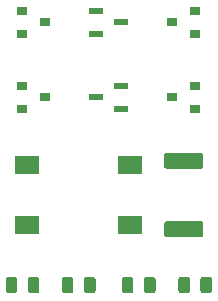
<source format=gbr>
G04 #@! TF.GenerationSoftware,KiCad,Pcbnew,5.1.5+dfsg1-2build2*
G04 #@! TF.CreationDate,2020-08-03T23:06:02+02:00*
G04 #@! TF.ProjectId,transistor_board,7472616e-7369-4737-946f-725f626f6172,rev?*
G04 #@! TF.SameCoordinates,Original*
G04 #@! TF.FileFunction,Paste,Top*
G04 #@! TF.FilePolarity,Positive*
%FSLAX46Y46*%
G04 Gerber Fmt 4.6, Leading zero omitted, Abs format (unit mm)*
G04 Created by KiCad (PCBNEW 5.1.5+dfsg1-2build2) date 2020-08-03 23:06:02*
%MOMM*%
%LPD*%
G04 APERTURE LIST*
%ADD10C,0.100000*%
%ADD11R,2.000000X1.500000*%
%ADD12R,0.900000X0.800000*%
%ADD13R,1.300000X0.600000*%
G04 APERTURE END LIST*
D10*
G36*
X117772642Y-121856174D02*
G01*
X117796303Y-121859684D01*
X117819507Y-121865496D01*
X117842029Y-121873554D01*
X117863653Y-121883782D01*
X117884170Y-121896079D01*
X117903383Y-121910329D01*
X117921107Y-121926393D01*
X117937171Y-121944117D01*
X117951421Y-121963330D01*
X117963718Y-121983847D01*
X117973946Y-122005471D01*
X117982004Y-122027993D01*
X117987816Y-122051197D01*
X117991326Y-122074858D01*
X117992500Y-122098750D01*
X117992500Y-123011250D01*
X117991326Y-123035142D01*
X117987816Y-123058803D01*
X117982004Y-123082007D01*
X117973946Y-123104529D01*
X117963718Y-123126153D01*
X117951421Y-123146670D01*
X117937171Y-123165883D01*
X117921107Y-123183607D01*
X117903383Y-123199671D01*
X117884170Y-123213921D01*
X117863653Y-123226218D01*
X117842029Y-123236446D01*
X117819507Y-123244504D01*
X117796303Y-123250316D01*
X117772642Y-123253826D01*
X117748750Y-123255000D01*
X117261250Y-123255000D01*
X117237358Y-123253826D01*
X117213697Y-123250316D01*
X117190493Y-123244504D01*
X117167971Y-123236446D01*
X117146347Y-123226218D01*
X117125830Y-123213921D01*
X117106617Y-123199671D01*
X117088893Y-123183607D01*
X117072829Y-123165883D01*
X117058579Y-123146670D01*
X117046282Y-123126153D01*
X117036054Y-123104529D01*
X117027996Y-123082007D01*
X117022184Y-123058803D01*
X117018674Y-123035142D01*
X117017500Y-123011250D01*
X117017500Y-122098750D01*
X117018674Y-122074858D01*
X117022184Y-122051197D01*
X117027996Y-122027993D01*
X117036054Y-122005471D01*
X117046282Y-121983847D01*
X117058579Y-121963330D01*
X117072829Y-121944117D01*
X117088893Y-121926393D01*
X117106617Y-121910329D01*
X117125830Y-121896079D01*
X117146347Y-121883782D01*
X117167971Y-121873554D01*
X117190493Y-121865496D01*
X117213697Y-121859684D01*
X117237358Y-121856174D01*
X117261250Y-121855000D01*
X117748750Y-121855000D01*
X117772642Y-121856174D01*
G37*
G36*
X119647642Y-121856174D02*
G01*
X119671303Y-121859684D01*
X119694507Y-121865496D01*
X119717029Y-121873554D01*
X119738653Y-121883782D01*
X119759170Y-121896079D01*
X119778383Y-121910329D01*
X119796107Y-121926393D01*
X119812171Y-121944117D01*
X119826421Y-121963330D01*
X119838718Y-121983847D01*
X119848946Y-122005471D01*
X119857004Y-122027993D01*
X119862816Y-122051197D01*
X119866326Y-122074858D01*
X119867500Y-122098750D01*
X119867500Y-123011250D01*
X119866326Y-123035142D01*
X119862816Y-123058803D01*
X119857004Y-123082007D01*
X119848946Y-123104529D01*
X119838718Y-123126153D01*
X119826421Y-123146670D01*
X119812171Y-123165883D01*
X119796107Y-123183607D01*
X119778383Y-123199671D01*
X119759170Y-123213921D01*
X119738653Y-123226218D01*
X119717029Y-123236446D01*
X119694507Y-123244504D01*
X119671303Y-123250316D01*
X119647642Y-123253826D01*
X119623750Y-123255000D01*
X119136250Y-123255000D01*
X119112358Y-123253826D01*
X119088697Y-123250316D01*
X119065493Y-123244504D01*
X119042971Y-123236446D01*
X119021347Y-123226218D01*
X119000830Y-123213921D01*
X118981617Y-123199671D01*
X118963893Y-123183607D01*
X118947829Y-123165883D01*
X118933579Y-123146670D01*
X118921282Y-123126153D01*
X118911054Y-123104529D01*
X118902996Y-123082007D01*
X118897184Y-123058803D01*
X118893674Y-123035142D01*
X118892500Y-123011250D01*
X118892500Y-122098750D01*
X118893674Y-122074858D01*
X118897184Y-122051197D01*
X118902996Y-122027993D01*
X118911054Y-122005471D01*
X118921282Y-121983847D01*
X118933579Y-121963330D01*
X118947829Y-121944117D01*
X118963893Y-121926393D01*
X118981617Y-121910329D01*
X119000830Y-121896079D01*
X119021347Y-121883782D01*
X119042971Y-121873554D01*
X119065493Y-121865496D01*
X119088697Y-121859684D01*
X119112358Y-121856174D01*
X119136250Y-121855000D01*
X119623750Y-121855000D01*
X119647642Y-121856174D01*
G37*
G36*
X134252642Y-121856174D02*
G01*
X134276303Y-121859684D01*
X134299507Y-121865496D01*
X134322029Y-121873554D01*
X134343653Y-121883782D01*
X134364170Y-121896079D01*
X134383383Y-121910329D01*
X134401107Y-121926393D01*
X134417171Y-121944117D01*
X134431421Y-121963330D01*
X134443718Y-121983847D01*
X134453946Y-122005471D01*
X134462004Y-122027993D01*
X134467816Y-122051197D01*
X134471326Y-122074858D01*
X134472500Y-122098750D01*
X134472500Y-123011250D01*
X134471326Y-123035142D01*
X134467816Y-123058803D01*
X134462004Y-123082007D01*
X134453946Y-123104529D01*
X134443718Y-123126153D01*
X134431421Y-123146670D01*
X134417171Y-123165883D01*
X134401107Y-123183607D01*
X134383383Y-123199671D01*
X134364170Y-123213921D01*
X134343653Y-123226218D01*
X134322029Y-123236446D01*
X134299507Y-123244504D01*
X134276303Y-123250316D01*
X134252642Y-123253826D01*
X134228750Y-123255000D01*
X133741250Y-123255000D01*
X133717358Y-123253826D01*
X133693697Y-123250316D01*
X133670493Y-123244504D01*
X133647971Y-123236446D01*
X133626347Y-123226218D01*
X133605830Y-123213921D01*
X133586617Y-123199671D01*
X133568893Y-123183607D01*
X133552829Y-123165883D01*
X133538579Y-123146670D01*
X133526282Y-123126153D01*
X133516054Y-123104529D01*
X133507996Y-123082007D01*
X133502184Y-123058803D01*
X133498674Y-123035142D01*
X133497500Y-123011250D01*
X133497500Y-122098750D01*
X133498674Y-122074858D01*
X133502184Y-122051197D01*
X133507996Y-122027993D01*
X133516054Y-122005471D01*
X133526282Y-121983847D01*
X133538579Y-121963330D01*
X133552829Y-121944117D01*
X133568893Y-121926393D01*
X133586617Y-121910329D01*
X133605830Y-121896079D01*
X133626347Y-121883782D01*
X133647971Y-121873554D01*
X133670493Y-121865496D01*
X133693697Y-121859684D01*
X133717358Y-121856174D01*
X133741250Y-121855000D01*
X134228750Y-121855000D01*
X134252642Y-121856174D01*
G37*
G36*
X132377642Y-121856174D02*
G01*
X132401303Y-121859684D01*
X132424507Y-121865496D01*
X132447029Y-121873554D01*
X132468653Y-121883782D01*
X132489170Y-121896079D01*
X132508383Y-121910329D01*
X132526107Y-121926393D01*
X132542171Y-121944117D01*
X132556421Y-121963330D01*
X132568718Y-121983847D01*
X132578946Y-122005471D01*
X132587004Y-122027993D01*
X132592816Y-122051197D01*
X132596326Y-122074858D01*
X132597500Y-122098750D01*
X132597500Y-123011250D01*
X132596326Y-123035142D01*
X132592816Y-123058803D01*
X132587004Y-123082007D01*
X132578946Y-123104529D01*
X132568718Y-123126153D01*
X132556421Y-123146670D01*
X132542171Y-123165883D01*
X132526107Y-123183607D01*
X132508383Y-123199671D01*
X132489170Y-123213921D01*
X132468653Y-123226218D01*
X132447029Y-123236446D01*
X132424507Y-123244504D01*
X132401303Y-123250316D01*
X132377642Y-123253826D01*
X132353750Y-123255000D01*
X131866250Y-123255000D01*
X131842358Y-123253826D01*
X131818697Y-123250316D01*
X131795493Y-123244504D01*
X131772971Y-123236446D01*
X131751347Y-123226218D01*
X131730830Y-123213921D01*
X131711617Y-123199671D01*
X131693893Y-123183607D01*
X131677829Y-123165883D01*
X131663579Y-123146670D01*
X131651282Y-123126153D01*
X131641054Y-123104529D01*
X131632996Y-123082007D01*
X131627184Y-123058803D01*
X131623674Y-123035142D01*
X131622500Y-123011250D01*
X131622500Y-122098750D01*
X131623674Y-122074858D01*
X131627184Y-122051197D01*
X131632996Y-122027993D01*
X131641054Y-122005471D01*
X131651282Y-121983847D01*
X131663579Y-121963330D01*
X131677829Y-121944117D01*
X131693893Y-121926393D01*
X131711617Y-121910329D01*
X131730830Y-121896079D01*
X131751347Y-121883782D01*
X131772971Y-121873554D01*
X131795493Y-121865496D01*
X131818697Y-121859684D01*
X131842358Y-121856174D01*
X131866250Y-121855000D01*
X132353750Y-121855000D01*
X132377642Y-121856174D01*
G37*
G36*
X124395142Y-121856174D02*
G01*
X124418803Y-121859684D01*
X124442007Y-121865496D01*
X124464529Y-121873554D01*
X124486153Y-121883782D01*
X124506670Y-121896079D01*
X124525883Y-121910329D01*
X124543607Y-121926393D01*
X124559671Y-121944117D01*
X124573921Y-121963330D01*
X124586218Y-121983847D01*
X124596446Y-122005471D01*
X124604504Y-122027993D01*
X124610316Y-122051197D01*
X124613826Y-122074858D01*
X124615000Y-122098750D01*
X124615000Y-123011250D01*
X124613826Y-123035142D01*
X124610316Y-123058803D01*
X124604504Y-123082007D01*
X124596446Y-123104529D01*
X124586218Y-123126153D01*
X124573921Y-123146670D01*
X124559671Y-123165883D01*
X124543607Y-123183607D01*
X124525883Y-123199671D01*
X124506670Y-123213921D01*
X124486153Y-123226218D01*
X124464529Y-123236446D01*
X124442007Y-123244504D01*
X124418803Y-123250316D01*
X124395142Y-123253826D01*
X124371250Y-123255000D01*
X123883750Y-123255000D01*
X123859858Y-123253826D01*
X123836197Y-123250316D01*
X123812993Y-123244504D01*
X123790471Y-123236446D01*
X123768847Y-123226218D01*
X123748330Y-123213921D01*
X123729117Y-123199671D01*
X123711393Y-123183607D01*
X123695329Y-123165883D01*
X123681079Y-123146670D01*
X123668782Y-123126153D01*
X123658554Y-123104529D01*
X123650496Y-123082007D01*
X123644684Y-123058803D01*
X123641174Y-123035142D01*
X123640000Y-123011250D01*
X123640000Y-122098750D01*
X123641174Y-122074858D01*
X123644684Y-122051197D01*
X123650496Y-122027993D01*
X123658554Y-122005471D01*
X123668782Y-121983847D01*
X123681079Y-121963330D01*
X123695329Y-121944117D01*
X123711393Y-121926393D01*
X123729117Y-121910329D01*
X123748330Y-121896079D01*
X123768847Y-121883782D01*
X123790471Y-121873554D01*
X123812993Y-121865496D01*
X123836197Y-121859684D01*
X123859858Y-121856174D01*
X123883750Y-121855000D01*
X124371250Y-121855000D01*
X124395142Y-121856174D01*
G37*
G36*
X122520142Y-121856174D02*
G01*
X122543803Y-121859684D01*
X122567007Y-121865496D01*
X122589529Y-121873554D01*
X122611153Y-121883782D01*
X122631670Y-121896079D01*
X122650883Y-121910329D01*
X122668607Y-121926393D01*
X122684671Y-121944117D01*
X122698921Y-121963330D01*
X122711218Y-121983847D01*
X122721446Y-122005471D01*
X122729504Y-122027993D01*
X122735316Y-122051197D01*
X122738826Y-122074858D01*
X122740000Y-122098750D01*
X122740000Y-123011250D01*
X122738826Y-123035142D01*
X122735316Y-123058803D01*
X122729504Y-123082007D01*
X122721446Y-123104529D01*
X122711218Y-123126153D01*
X122698921Y-123146670D01*
X122684671Y-123165883D01*
X122668607Y-123183607D01*
X122650883Y-123199671D01*
X122631670Y-123213921D01*
X122611153Y-123226218D01*
X122589529Y-123236446D01*
X122567007Y-123244504D01*
X122543803Y-123250316D01*
X122520142Y-123253826D01*
X122496250Y-123255000D01*
X122008750Y-123255000D01*
X121984858Y-123253826D01*
X121961197Y-123250316D01*
X121937993Y-123244504D01*
X121915471Y-123236446D01*
X121893847Y-123226218D01*
X121873330Y-123213921D01*
X121854117Y-123199671D01*
X121836393Y-123183607D01*
X121820329Y-123165883D01*
X121806079Y-123146670D01*
X121793782Y-123126153D01*
X121783554Y-123104529D01*
X121775496Y-123082007D01*
X121769684Y-123058803D01*
X121766174Y-123035142D01*
X121765000Y-123011250D01*
X121765000Y-122098750D01*
X121766174Y-122074858D01*
X121769684Y-122051197D01*
X121775496Y-122027993D01*
X121783554Y-122005471D01*
X121793782Y-121983847D01*
X121806079Y-121963330D01*
X121820329Y-121944117D01*
X121836393Y-121926393D01*
X121854117Y-121910329D01*
X121873330Y-121896079D01*
X121893847Y-121883782D01*
X121915471Y-121873554D01*
X121937993Y-121865496D01*
X121961197Y-121859684D01*
X121984858Y-121856174D01*
X122008750Y-121855000D01*
X122496250Y-121855000D01*
X122520142Y-121856174D01*
G37*
G36*
X129475142Y-121856174D02*
G01*
X129498803Y-121859684D01*
X129522007Y-121865496D01*
X129544529Y-121873554D01*
X129566153Y-121883782D01*
X129586670Y-121896079D01*
X129605883Y-121910329D01*
X129623607Y-121926393D01*
X129639671Y-121944117D01*
X129653921Y-121963330D01*
X129666218Y-121983847D01*
X129676446Y-122005471D01*
X129684504Y-122027993D01*
X129690316Y-122051197D01*
X129693826Y-122074858D01*
X129695000Y-122098750D01*
X129695000Y-123011250D01*
X129693826Y-123035142D01*
X129690316Y-123058803D01*
X129684504Y-123082007D01*
X129676446Y-123104529D01*
X129666218Y-123126153D01*
X129653921Y-123146670D01*
X129639671Y-123165883D01*
X129623607Y-123183607D01*
X129605883Y-123199671D01*
X129586670Y-123213921D01*
X129566153Y-123226218D01*
X129544529Y-123236446D01*
X129522007Y-123244504D01*
X129498803Y-123250316D01*
X129475142Y-123253826D01*
X129451250Y-123255000D01*
X128963750Y-123255000D01*
X128939858Y-123253826D01*
X128916197Y-123250316D01*
X128892993Y-123244504D01*
X128870471Y-123236446D01*
X128848847Y-123226218D01*
X128828330Y-123213921D01*
X128809117Y-123199671D01*
X128791393Y-123183607D01*
X128775329Y-123165883D01*
X128761079Y-123146670D01*
X128748782Y-123126153D01*
X128738554Y-123104529D01*
X128730496Y-123082007D01*
X128724684Y-123058803D01*
X128721174Y-123035142D01*
X128720000Y-123011250D01*
X128720000Y-122098750D01*
X128721174Y-122074858D01*
X128724684Y-122051197D01*
X128730496Y-122027993D01*
X128738554Y-122005471D01*
X128748782Y-121983847D01*
X128761079Y-121963330D01*
X128775329Y-121944117D01*
X128791393Y-121926393D01*
X128809117Y-121910329D01*
X128828330Y-121896079D01*
X128848847Y-121883782D01*
X128870471Y-121873554D01*
X128892993Y-121865496D01*
X128916197Y-121859684D01*
X128939858Y-121856174D01*
X128963750Y-121855000D01*
X129451250Y-121855000D01*
X129475142Y-121856174D01*
G37*
G36*
X127600142Y-121856174D02*
G01*
X127623803Y-121859684D01*
X127647007Y-121865496D01*
X127669529Y-121873554D01*
X127691153Y-121883782D01*
X127711670Y-121896079D01*
X127730883Y-121910329D01*
X127748607Y-121926393D01*
X127764671Y-121944117D01*
X127778921Y-121963330D01*
X127791218Y-121983847D01*
X127801446Y-122005471D01*
X127809504Y-122027993D01*
X127815316Y-122051197D01*
X127818826Y-122074858D01*
X127820000Y-122098750D01*
X127820000Y-123011250D01*
X127818826Y-123035142D01*
X127815316Y-123058803D01*
X127809504Y-123082007D01*
X127801446Y-123104529D01*
X127791218Y-123126153D01*
X127778921Y-123146670D01*
X127764671Y-123165883D01*
X127748607Y-123183607D01*
X127730883Y-123199671D01*
X127711670Y-123213921D01*
X127691153Y-123226218D01*
X127669529Y-123236446D01*
X127647007Y-123244504D01*
X127623803Y-123250316D01*
X127600142Y-123253826D01*
X127576250Y-123255000D01*
X127088750Y-123255000D01*
X127064858Y-123253826D01*
X127041197Y-123250316D01*
X127017993Y-123244504D01*
X126995471Y-123236446D01*
X126973847Y-123226218D01*
X126953330Y-123213921D01*
X126934117Y-123199671D01*
X126916393Y-123183607D01*
X126900329Y-123165883D01*
X126886079Y-123146670D01*
X126873782Y-123126153D01*
X126863554Y-123104529D01*
X126855496Y-123082007D01*
X126849684Y-123058803D01*
X126846174Y-123035142D01*
X126845000Y-123011250D01*
X126845000Y-122098750D01*
X126846174Y-122074858D01*
X126849684Y-122051197D01*
X126855496Y-122027993D01*
X126863554Y-122005471D01*
X126873782Y-121983847D01*
X126886079Y-121963330D01*
X126900329Y-121944117D01*
X126916393Y-121926393D01*
X126934117Y-121910329D01*
X126953330Y-121896079D01*
X126973847Y-121883782D01*
X126995471Y-121873554D01*
X127017993Y-121865496D01*
X127041197Y-121859684D01*
X127064858Y-121856174D01*
X127088750Y-121855000D01*
X127576250Y-121855000D01*
X127600142Y-121856174D01*
G37*
D11*
X118820000Y-117485000D03*
X118820000Y-112385000D03*
X127560000Y-112385000D03*
X127560000Y-117485000D03*
D10*
G36*
X133529505Y-111361204D02*
G01*
X133553773Y-111364804D01*
X133577572Y-111370765D01*
X133600671Y-111379030D01*
X133622850Y-111389520D01*
X133643893Y-111402132D01*
X133663599Y-111416747D01*
X133681777Y-111433223D01*
X133698253Y-111451401D01*
X133712868Y-111471107D01*
X133725480Y-111492150D01*
X133735970Y-111514329D01*
X133744235Y-111537428D01*
X133750196Y-111561227D01*
X133753796Y-111585495D01*
X133755000Y-111609999D01*
X133755000Y-112460001D01*
X133753796Y-112484505D01*
X133750196Y-112508773D01*
X133744235Y-112532572D01*
X133735970Y-112555671D01*
X133725480Y-112577850D01*
X133712868Y-112598893D01*
X133698253Y-112618599D01*
X133681777Y-112636777D01*
X133663599Y-112653253D01*
X133643893Y-112667868D01*
X133622850Y-112680480D01*
X133600671Y-112690970D01*
X133577572Y-112699235D01*
X133553773Y-112705196D01*
X133529505Y-112708796D01*
X133505001Y-112710000D01*
X130654999Y-112710000D01*
X130630495Y-112708796D01*
X130606227Y-112705196D01*
X130582428Y-112699235D01*
X130559329Y-112690970D01*
X130537150Y-112680480D01*
X130516107Y-112667868D01*
X130496401Y-112653253D01*
X130478223Y-112636777D01*
X130461747Y-112618599D01*
X130447132Y-112598893D01*
X130434520Y-112577850D01*
X130424030Y-112555671D01*
X130415765Y-112532572D01*
X130409804Y-112508773D01*
X130406204Y-112484505D01*
X130405000Y-112460001D01*
X130405000Y-111609999D01*
X130406204Y-111585495D01*
X130409804Y-111561227D01*
X130415765Y-111537428D01*
X130424030Y-111514329D01*
X130434520Y-111492150D01*
X130447132Y-111471107D01*
X130461747Y-111451401D01*
X130478223Y-111433223D01*
X130496401Y-111416747D01*
X130516107Y-111402132D01*
X130537150Y-111389520D01*
X130559329Y-111379030D01*
X130582428Y-111370765D01*
X130606227Y-111364804D01*
X130630495Y-111361204D01*
X130654999Y-111360000D01*
X133505001Y-111360000D01*
X133529505Y-111361204D01*
G37*
G36*
X133529505Y-117161204D02*
G01*
X133553773Y-117164804D01*
X133577572Y-117170765D01*
X133600671Y-117179030D01*
X133622850Y-117189520D01*
X133643893Y-117202132D01*
X133663599Y-117216747D01*
X133681777Y-117233223D01*
X133698253Y-117251401D01*
X133712868Y-117271107D01*
X133725480Y-117292150D01*
X133735970Y-117314329D01*
X133744235Y-117337428D01*
X133750196Y-117361227D01*
X133753796Y-117385495D01*
X133755000Y-117409999D01*
X133755000Y-118260001D01*
X133753796Y-118284505D01*
X133750196Y-118308773D01*
X133744235Y-118332572D01*
X133735970Y-118355671D01*
X133725480Y-118377850D01*
X133712868Y-118398893D01*
X133698253Y-118418599D01*
X133681777Y-118436777D01*
X133663599Y-118453253D01*
X133643893Y-118467868D01*
X133622850Y-118480480D01*
X133600671Y-118490970D01*
X133577572Y-118499235D01*
X133553773Y-118505196D01*
X133529505Y-118508796D01*
X133505001Y-118510000D01*
X130654999Y-118510000D01*
X130630495Y-118508796D01*
X130606227Y-118505196D01*
X130582428Y-118499235D01*
X130559329Y-118490970D01*
X130537150Y-118480480D01*
X130516107Y-118467868D01*
X130496401Y-118453253D01*
X130478223Y-118436777D01*
X130461747Y-118418599D01*
X130447132Y-118398893D01*
X130434520Y-118377850D01*
X130424030Y-118355671D01*
X130415765Y-118332572D01*
X130409804Y-118308773D01*
X130406204Y-118284505D01*
X130405000Y-118260001D01*
X130405000Y-117409999D01*
X130406204Y-117385495D01*
X130409804Y-117361227D01*
X130415765Y-117337428D01*
X130424030Y-117314329D01*
X130434520Y-117292150D01*
X130447132Y-117271107D01*
X130461747Y-117251401D01*
X130478223Y-117233223D01*
X130496401Y-117216747D01*
X130516107Y-117202132D01*
X130537150Y-117189520D01*
X130559329Y-117179030D01*
X130582428Y-117170765D01*
X130606227Y-117164804D01*
X130630495Y-117161204D01*
X130654999Y-117160000D01*
X133505001Y-117160000D01*
X133529505Y-117161204D01*
G37*
D12*
X120380000Y-100330000D03*
X118380000Y-101280000D03*
X118380000Y-99380000D03*
X120380000Y-106680000D03*
X118380000Y-107630000D03*
X118380000Y-105730000D03*
X131080000Y-100330000D03*
X133080000Y-99380000D03*
X133080000Y-101280000D03*
X131080000Y-106680000D03*
X133080000Y-105730000D03*
X133080000Y-107630000D03*
D13*
X126780000Y-107630000D03*
X126780000Y-105730000D03*
X124680000Y-106680000D03*
X124680000Y-99380000D03*
X124680000Y-101280000D03*
X126780000Y-100330000D03*
M02*

</source>
